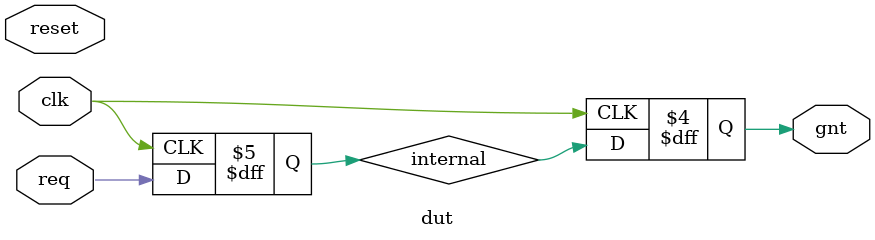
<source format=sv>
module dut(
  input wire clk,req,reset, 
  output reg gnt);
//=================================================
// Actual DUT RTL
//=================================================
reg internal;
reg [15:0] count = 16'd0;
always @ (posedge clk)
  begin
     internal <= req;
     gnt <= internal;
     count <= count + 1'd1;
  end

endmodule

</source>
